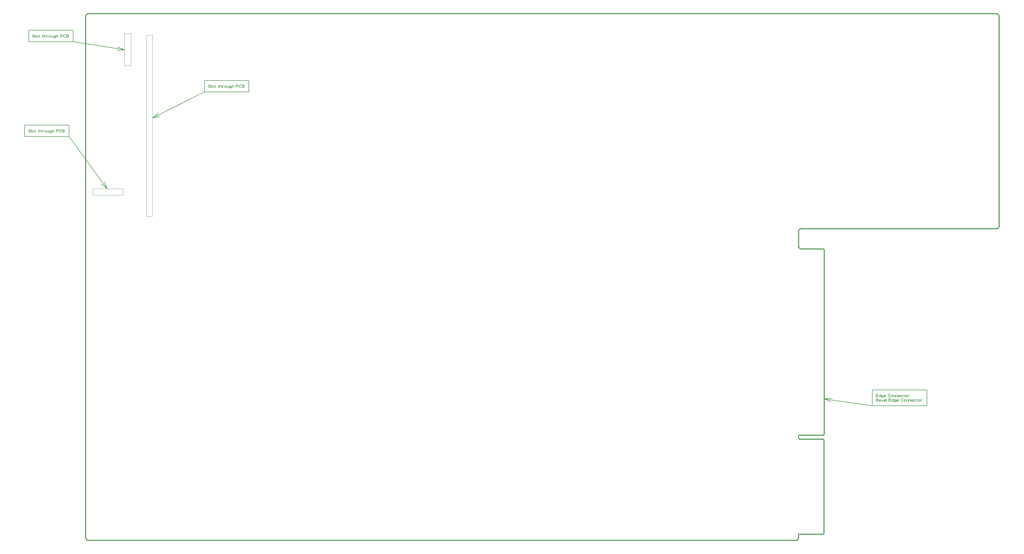
<source format=gbr>
G04 GENERATED BY PULSONIX 10.0 GERBER.DLL 7250*
G04 #@! TF.GenerationSoftware,Pulsonix,Pulsonix,10.0.7250*
G04 #@! TF.CreationDate,2019-09-12T07:48:16--1:00*
G04 #@! TF.Part,Single*
%FSLAX25Y25*%
%LPD*%
%MOIN*%
G04 #@! TF.FileFunction,Other,Production Info*
G04 #@! TF.FilePolarity,Positive*
%ADD86C,0.00500*%
G04 #@! TA.AperFunction,Profile*
%ADD117C,0.01200*%
G04 #@! TA.AperFunction,CutOut*
%ADD194C,0.00200*%
G04 #@! TD.AperFunction*
%ADD197C,0.00787*%
X0Y0D02*
D02*
D86*
X-78202Y558908D02*
X-77908Y558320D01*
X-77319Y558026*
X-76143*
X-75555Y558320*
X-75260Y558908*
X-75555Y559496*
X-76143Y559790*
X-77319*
X-77908Y560085*
X-78202Y560673*
X-77908Y561261*
X-77319Y561555*
X-76143*
X-75555Y561261*
X-75260Y560673*
X-73858Y558026D02*
X-74152Y558026D01*
Y561555*
X-72902Y558908D02*
X-72608Y558320D01*
X-72019Y558026*
X-71431*
X-70843Y558320*
X-70549Y558908*
Y559496*
X-70843Y560085*
X-71431Y560379*
X-72019*
X-72608Y560085*
X-72902Y559496*
Y558908*
X-69502Y560379D02*
X-68325Y560379D01*
X-68913Y560967D02*
X-68913Y558320D01*
X-68619Y558026*
X-68325*
X-68031Y558320*
X-64852Y560379D02*
X-63675Y560379D01*
X-64263Y560967D02*
X-64263Y558320D01*
X-63969Y558026*
X-63675*
X-63381Y558320*
X-62352Y558026D02*
X-62352Y561555D01*
Y559496D02*
X-62058Y560085D01*
X-61469Y560379*
X-60881*
X-60293Y560085*
X-59999Y559496*
Y558026*
X-58952D02*
X-58952Y560379D01*
Y559496D02*
X-58658Y560085D01*
X-58069Y560379*
X-57481*
X-56893Y560085*
X-55852Y558908D02*
X-55558Y558320D01*
X-54969Y558026*
X-54381*
X-53793Y558320*
X-53499Y558908*
Y559496*
X-53793Y560085*
X-54381Y560379*
X-54969*
X-55558Y560085*
X-55852Y559496*
Y558908*
X-52452Y560379D02*
X-52452Y558908D01*
X-52158Y558320*
X-51569Y558026*
X-50981*
X-50393Y558320*
X-50099Y558908*
Y560379D02*
X-50099Y558026D01*
X-46699Y559496D02*
X-46993Y560085D01*
X-47581Y560379*
X-48169*
X-48758Y560085*
X-49052Y559496*
Y559202*
X-48758Y558614*
X-48169Y558320*
X-47581*
X-46993Y558614*
X-46699Y559202*
Y560379D02*
X-46699Y558026D01*
X-46993Y557438*
X-47581Y557143*
X-48463*
X-49052Y557438*
X-45652Y558026D02*
X-45652Y561555D01*
Y559496D02*
X-45358Y560085D01*
X-44769Y560379*
X-44181*
X-43593Y560085*
X-43299Y559496*
Y558026*
X-40102D02*
X-40102Y561555D01*
X-38043*
X-37455Y561261*
X-37160Y560673*
X-37455Y560085*
X-38043Y559790*
X-40102*
X-33110Y558614D02*
X-33405Y558320D01*
X-33993Y558026*
X-34875*
X-35463Y558320*
X-35758Y558614*
X-36052Y559202*
Y560379*
X-35758Y560967*
X-35463Y561261*
X-34875Y561555*
X-33993*
X-33405Y561261*
X-33110Y560967*
X-29943Y559790D02*
X-29355Y559496D01*
X-29060Y558908*
X-29355Y558320*
X-29943Y558026*
X-32002*
Y561555*
X-29943*
X-29355Y561261*
X-29060Y560673*
X-29355Y560085*
X-29943Y559790*
X-32002*
X-72656Y688575D02*
X-72362Y687987D01*
X-71774Y687693*
X-70597*
X-70009Y687987*
X-69715Y688575*
X-70009Y689164*
X-70597Y689458*
X-71774*
X-72362Y689752*
X-72656Y690340*
X-72362Y690928*
X-71774Y691222*
X-70597*
X-70009Y690928*
X-69715Y690340*
X-68312Y687693D02*
X-68606Y687693D01*
Y691222*
X-67356Y688575D02*
X-67062Y687987D01*
X-66474Y687693*
X-65885*
X-65297Y687987*
X-65003Y688575*
Y689164*
X-65297Y689752*
X-65885Y690046*
X-66474*
X-67062Y689752*
X-67356Y689164*
Y688575*
X-63956Y690046D02*
X-62780Y690046D01*
X-63368Y690634D02*
X-63368Y687987D01*
X-63074Y687693*
X-62780*
X-62485Y687987*
X-59306Y690046D02*
X-58130Y690046D01*
X-58718Y690634D02*
X-58718Y687987D01*
X-58424Y687693*
X-58130*
X-57835Y687987*
X-56806Y687693D02*
X-56806Y691222D01*
Y689164D02*
X-56512Y689752D01*
X-55924Y690046*
X-55335*
X-54747Y689752*
X-54453Y689164*
Y687693*
X-53406D02*
X-53406Y690046D01*
Y689164D02*
X-53112Y689752D01*
X-52524Y690046*
X-51935*
X-51347Y689752*
X-50306Y688575D02*
X-50012Y687987D01*
X-49424Y687693*
X-48835*
X-48247Y687987*
X-47953Y688575*
Y689164*
X-48247Y689752*
X-48835Y690046*
X-49424*
X-50012Y689752*
X-50306Y689164*
Y688575*
X-46906Y690046D02*
X-46906Y688575D01*
X-46612Y687987*
X-46024Y687693*
X-45435*
X-44847Y687987*
X-44553Y688575*
Y690046D02*
X-44553Y687693D01*
X-41153Y689164D02*
X-41447Y689752D01*
X-42035Y690046*
X-42624*
X-43212Y689752*
X-43506Y689164*
Y688869*
X-43212Y688281*
X-42624Y687987*
X-42035*
X-41447Y688281*
X-41153Y688869*
Y690046D02*
X-41153Y687693D01*
X-41447Y687105*
X-42035Y686811*
X-42918*
X-43506Y687105*
X-40106Y687693D02*
X-40106Y691222D01*
Y689164D02*
X-39812Y689752D01*
X-39224Y690046*
X-38635*
X-38047Y689752*
X-37753Y689164*
Y687693*
X-34556D02*
X-34556Y691222D01*
X-32497*
X-31909Y690928*
X-31615Y690340*
X-31909Y689752*
X-32497Y689458*
X-34556*
X-27565Y688281D02*
X-27859Y687987D01*
X-28447Y687693*
X-29330*
X-29918Y687987*
X-30212Y688281*
X-30506Y688869*
Y690046*
X-30212Y690634*
X-29918Y690928*
X-29330Y691222*
X-28447*
X-27859Y690928*
X-27565Y690634*
X-24397Y689458D02*
X-23809Y689164D01*
X-23515Y688575*
X-23809Y687987*
X-24397Y687693*
X-26456*
Y691222*
X-24397*
X-23809Y690928*
X-23515Y690340*
X-23809Y689752*
X-24397Y689458*
X-26456*
X167474Y619991D02*
X167768Y619403D01*
X168356Y619109*
X169533*
X170121Y619403*
X170415Y619991*
X170121Y620579*
X169533Y620874*
X168356*
X167768Y621168*
X167474Y621756*
X167768Y622344*
X168356Y622638*
X169533*
X170121Y622344*
X170415Y621756*
X171818Y619109D02*
X171524Y619109D01*
Y622638*
X172774Y619991D02*
X173068Y619403D01*
X173656Y619109*
X174245*
X174833Y619403*
X175127Y619991*
Y620579*
X174833Y621168*
X174245Y621462*
X173656*
X173068Y621168*
X172774Y620579*
Y619991*
X176174Y621462D02*
X177351Y621462D01*
X176762Y622050D02*
X176762Y619403D01*
X177056Y619109*
X177351*
X177645Y619403*
X180824Y621462D02*
X182001Y621462D01*
X181412Y622050D02*
X181412Y619403D01*
X181706Y619109*
X182001*
X182295Y619403*
X183324Y619109D02*
X183324Y622638D01*
Y620579D02*
X183618Y621168D01*
X184206Y621462*
X184795*
X185383Y621168*
X185677Y620579*
Y619109*
X186724D02*
X186724Y621462D01*
Y620579D02*
X187018Y621168D01*
X187606Y621462*
X188195*
X188783Y621168*
X189824Y619991D02*
X190118Y619403D01*
X190706Y619109*
X191295*
X191883Y619403*
X192177Y619991*
Y620579*
X191883Y621168*
X191295Y621462*
X190706*
X190118Y621168*
X189824Y620579*
Y619991*
X193224Y621462D02*
X193224Y619991D01*
X193518Y619403*
X194106Y619109*
X194695*
X195283Y619403*
X195577Y619991*
Y621462D02*
X195577Y619109D01*
X198977Y620579D02*
X198683Y621168D01*
X198095Y621462*
X197506*
X196918Y621168*
X196624Y620579*
Y620285*
X196918Y619697*
X197506Y619403*
X198095*
X198683Y619697*
X198977Y620285*
Y621462D02*
X198977Y619109D01*
X198683Y618521*
X198095Y618226*
X197212*
X196624Y618521*
X200024Y619109D02*
X200024Y622638D01*
Y620579D02*
X200318Y621168D01*
X200906Y621462*
X201495*
X202083Y621168*
X202377Y620579*
Y619109*
X205574D02*
X205574Y622638D01*
X207633*
X208221Y622344*
X208515Y621756*
X208221Y621168*
X207633Y620874*
X205574*
X212565Y619697D02*
X212271Y619403D01*
X211683Y619109*
X210801*
X210212Y619403*
X209918Y619697*
X209624Y620285*
Y621462*
X209918Y622050*
X210212Y622344*
X210801Y622638*
X211683*
X212271Y622344*
X212565Y622050*
X215733Y620874D02*
X216321Y620579D01*
X216615Y619991*
X216321Y619403*
X215733Y619109*
X213674*
Y622638*
X215733*
X216321Y622344*
X216615Y621756*
X216321Y621168*
X215733Y620874*
X213674*
X1080007Y196175D02*
X1080007Y199705D01*
X1082948*
X1082360Y197940D02*
X1080007Y197940D01*
Y196175D02*
X1082948Y196175D01*
X1086410Y197646D02*
X1086116Y198234D01*
X1085527Y198528*
X1084939*
X1084351Y198234*
X1084057Y197646*
Y197057*
X1084351Y196469*
X1084939Y196175*
X1085527*
X1086116Y196469*
X1086410Y197057*
Y196175D02*
X1086410Y199705D01*
X1089810Y197646D02*
X1089516Y198234D01*
X1088927Y198528*
X1088339*
X1087751Y198234*
X1087457Y197646*
Y197352*
X1087751Y196763*
X1088339Y196469*
X1088927*
X1089516Y196763*
X1089810Y197352*
Y198528D02*
X1089810Y196175D01*
X1089516Y195587*
X1088927Y195293*
X1088045*
X1087457Y195587*
X1093210Y196469D02*
X1092916Y196175D01*
X1092327*
X1091739*
X1091151Y196469*
X1090857Y197057*
Y197940*
X1091151Y198234*
X1091739Y198528*
X1092327*
X1092916Y198234*
X1093210Y197940*
Y197646*
X1092916Y197352*
X1092327Y197057*
X1091739*
X1091151Y197352*
X1090857Y197646*
X1099348Y196763D02*
X1099054Y196469D01*
X1098466Y196175*
X1097583*
X1096995Y196469*
X1096701Y196763*
X1096407Y197352*
Y198528*
X1096701Y199116*
X1096995Y199410*
X1097583Y199705*
X1098466*
X1099054Y199410*
X1099348Y199116*
X1100457Y197057D02*
X1100751Y196469D01*
X1101339Y196175*
X1101927*
X1102516Y196469*
X1102810Y197057*
Y197646*
X1102516Y198234*
X1101927Y198528*
X1101339*
X1100751Y198234*
X1100457Y197646*
Y197057*
X1103857Y196175D02*
X1103857Y198528D01*
Y197646D02*
X1104151Y198234D01*
X1104739Y198528*
X1105327*
X1105916Y198234*
X1106210Y197646*
Y196175*
X1107257D02*
X1107257Y198528D01*
Y197646D02*
X1107551Y198234D01*
X1108139Y198528*
X1108727*
X1109316Y198234*
X1109610Y197646*
Y196175*
X1113010Y196469D02*
X1112716Y196175D01*
X1112127*
X1111539*
X1110951Y196469*
X1110657Y197057*
Y197940*
X1110951Y198234*
X1111539Y198528*
X1112127*
X1112716Y198234*
X1113010Y197940*
Y197646*
X1112716Y197352*
X1112127Y197057*
X1111539*
X1110951Y197352*
X1110657Y197646*
X1116410Y198234D02*
X1115822Y198528D01*
X1114939*
X1114351Y198234*
X1114057Y197646*
Y197057*
X1114351Y196469*
X1114939Y196175*
X1115822*
X1116410Y196469*
X1117457Y198528D02*
X1118633Y198528D01*
X1118045Y199116D02*
X1118045Y196469D01*
X1118339Y196175*
X1118633*
X1118927Y196469*
X1119957Y197057D02*
X1120251Y196469D01*
X1120839Y196175*
X1121427*
X1122016Y196469*
X1122310Y197057*
Y197646*
X1122016Y198234*
X1121427Y198528*
X1120839*
X1120251Y198234*
X1119957Y197646*
Y197057*
X1123357Y196175D02*
X1123357Y198528D01*
Y197646D02*
X1123651Y198234D01*
X1124239Y198528*
X1124827*
X1125416Y198234*
X1082066Y191940D02*
X1082654Y191646D01*
X1082948Y191057*
X1082654Y190469*
X1082066Y190175*
X1080007*
Y193705*
X1082066*
X1082654Y193410*
X1082948Y192822*
X1082654Y192234*
X1082066Y191940*
X1080007*
X1086410Y190469D02*
X1086116Y190175D01*
X1085527*
X1084939*
X1084351Y190469*
X1084057Y191057*
Y191940*
X1084351Y192234*
X1084939Y192528*
X1085527*
X1086116Y192234*
X1086410Y191940*
Y191646*
X1086116Y191352*
X1085527Y191057*
X1084939*
X1084351Y191352*
X1084057Y191646*
X1087457Y192528D02*
X1088633Y190175D01*
X1089810Y192528*
X1093210Y190469D02*
X1092916Y190175D01*
X1092327*
X1091739*
X1091151Y190469*
X1090857Y191057*
Y191940*
X1091151Y192234*
X1091739Y192528*
X1092327*
X1092916Y192234*
X1093210Y191940*
Y191646*
X1092916Y191352*
X1092327Y191057*
X1091739*
X1091151Y191352*
X1090857Y191646*
X1094551Y190175D02*
X1094257Y190175D01*
Y193705*
X1097657Y190175D02*
X1097657Y193705D01*
X1100598*
X1100010Y191940D02*
X1097657Y191940D01*
Y190175D02*
X1100598Y190175D01*
X1104060Y191646D02*
X1103766Y192234D01*
X1103177Y192528*
X1102589*
X1102001Y192234*
X1101707Y191646*
Y191057*
X1102001Y190469*
X1102589Y190175*
X1103177*
X1103766Y190469*
X1104060Y191057*
Y190175D02*
X1104060Y193705D01*
X1107460Y191646D02*
X1107166Y192234D01*
X1106577Y192528*
X1105989*
X1105401Y192234*
X1105107Y191646*
Y191352*
X1105401Y190763*
X1105989Y190469*
X1106577*
X1107166Y190763*
X1107460Y191352*
Y192528D02*
X1107460Y190175D01*
X1107166Y189587*
X1106577Y189293*
X1105695*
X1105107Y189587*
X1110860Y190469D02*
X1110566Y190175D01*
X1109977*
X1109389*
X1108801Y190469*
X1108507Y191057*
Y191940*
X1108801Y192234*
X1109389Y192528*
X1109977*
X1110566Y192234*
X1110860Y191940*
Y191646*
X1110566Y191352*
X1109977Y191057*
X1109389*
X1108801Y191352*
X1108507Y191646*
X1116998Y190763D02*
X1116704Y190469D01*
X1116116Y190175*
X1115233*
X1114645Y190469*
X1114351Y190763*
X1114057Y191352*
Y192528*
X1114351Y193116*
X1114645Y193410*
X1115233Y193705*
X1116116*
X1116704Y193410*
X1116998Y193116*
X1118107Y191057D02*
X1118401Y190469D01*
X1118989Y190175*
X1119577*
X1120166Y190469*
X1120460Y191057*
Y191646*
X1120166Y192234*
X1119577Y192528*
X1118989*
X1118401Y192234*
X1118107Y191646*
Y191057*
X1121507Y190175D02*
X1121507Y192528D01*
Y191646D02*
X1121801Y192234D01*
X1122389Y192528*
X1122977*
X1123566Y192234*
X1123860Y191646*
Y190175*
X1124907D02*
X1124907Y192528D01*
Y191646D02*
X1125201Y192234D01*
X1125789Y192528*
X1126377*
X1126966Y192234*
X1127260Y191646*
Y190175*
X1130660Y190469D02*
X1130366Y190175D01*
X1129777*
X1129189*
X1128601Y190469*
X1128307Y191057*
Y191940*
X1128601Y192234*
X1129189Y192528*
X1129777*
X1130366Y192234*
X1130660Y191940*
Y191646*
X1130366Y191352*
X1129777Y191057*
X1129189*
X1128601Y191352*
X1128307Y191646*
X1134060Y192234D02*
X1133472Y192528D01*
X1132589*
X1132001Y192234*
X1131707Y191646*
Y191057*
X1132001Y190469*
X1132589Y190175*
X1133472*
X1134060Y190469*
X1135107Y192528D02*
X1136283Y192528D01*
X1135695Y193116D02*
X1135695Y190469D01*
X1135989Y190175*
X1136283*
X1136577Y190469*
X1137607Y191057D02*
X1137901Y190469D01*
X1138489Y190175*
X1139077*
X1139666Y190469*
X1139960Y191057*
Y191646*
X1139666Y192234*
X1139077Y192528*
X1138489*
X1137901Y192234*
X1137607Y191646*
Y191057*
X1141007Y190175D02*
X1141007Y192528D01*
Y191646D02*
X1141301Y192234D01*
X1141889Y192528*
X1142477*
X1143066Y192234*
D02*
D117*
X-11Y3961D02*
Y716087D01*
X4Y716430*
X49Y716771*
X123Y717106*
X227Y717434*
X358Y717751*
X517Y718056*
X701Y718345*
X910Y718618*
X1142Y718871*
X1396Y719103*
X1668Y719312*
X1958Y719497*
X2262Y719655*
X2580Y719787*
X2907Y719890*
X3243Y719964*
X3583Y720009*
X3926Y720024*
X1244279*
X1244622Y720009*
X1244962Y719964*
X1245298Y719890*
X1245625Y719787*
X1245943Y719655*
X1246247Y719497*
X1246537Y719312*
X1246809Y719103*
X1247063Y718871*
X1247295Y718618*
X1247504Y718345*
X1247688Y718056*
X1247847Y717751*
X1247978Y717434*
X1248082Y717106*
X1248156Y716771*
X1248201Y716430*
X1248216Y716087*
Y429867*
X1248201Y429524*
X1248156Y429183*
X1248082Y428848*
X1247978Y428520*
X1247847Y428203*
X1247688Y427898*
X1247504Y427609*
X1247295Y427336*
X1247063Y427083*
X1246809Y426851*
X1246537Y426642*
X1246247Y426457*
X1245943Y426299*
X1245625Y426167*
X1245298Y426064*
X1244962Y425990*
X1244622Y425945*
X1244279Y425930*
X977942*
X977599Y425915*
X977258Y425870*
X976923Y425796*
X976595Y425692*
X976278Y425561*
X975973Y425402*
X975684Y425218*
X975411Y425009*
X975158Y424777*
X974926Y424523*
X974717Y424251*
X974532Y423961*
X974374Y423657*
X974242Y423339*
X974139Y423012*
X974065Y422676*
X974020Y422336*
X974005Y421993*
Y402308*
X974020Y401965*
X974065Y401624*
X974139Y401289*
X974242Y400961*
X974374Y400644*
X974532Y400339*
X974717Y400049*
X974926Y399777*
X975158Y399524*
X975411Y399292*
X975684Y399083*
X975973Y398898*
X976278Y398740*
X976595Y398608*
X976923Y398505*
X977258Y398431*
X977599Y398386*
X977942Y398371*
X1007273*
X1007510Y398356*
X1007744Y398313*
X1007971Y398243*
X1008187Y398145*
X1008391Y398022*
X1008578Y397876*
X1008746Y397708*
X1008893Y397520*
X1009016Y397317*
X1009113Y397100*
X1009184Y396873*
X1009227Y396639*
X1009241Y396402*
Y145812*
X1009227Y145574*
X1009184Y145341*
X1009113Y145114*
X1009016Y144897*
X1008893Y144693*
X1008746Y144506*
X1008578Y144338*
X1008391Y144192*
X1008187Y144069*
X1007971Y143971*
X1007744Y143900*
X1007510Y143857*
X1007273Y143843*
X975777*
X975545Y143828*
X975318Y143783*
X975099Y143708*
X974891Y143606*
X974698Y143477*
X974524Y143324*
X974371Y143150*
X974242Y142957*
X974140Y142749*
X974065Y142530*
X974020Y142303*
X974005Y142071*
Y140103*
X974020Y139872*
X974065Y139644*
X974140Y139425*
X974242Y139217*
X974371Y139024*
X974524Y138850*
X974698Y138697*
X974891Y138569*
X975099Y138466*
X975318Y138392*
X975545Y138346*
X975777Y138331*
X1006879*
X1007116Y138317*
X1007350Y138274*
X1007577Y138203*
X1007794Y138106*
X1007997Y137983*
X1008184Y137836*
X1008352Y137668*
X1008499Y137481*
X1008622Y137278*
X1008720Y137061*
X1008790Y136834*
X1008833Y136600*
X1008847Y136363*
Y10379*
X1008833Y10141*
X1008790Y9907*
X1008720Y9681*
X1008622Y9464*
X1008499Y9260*
X1008352Y9073*
X1008184Y8905*
X1007997Y8759*
X1007794Y8636*
X1007577Y8538*
X1007350Y8467*
X1007116Y8424*
X1006879Y8410*
X974005*
Y3961*
X973990Y3618*
X973945Y3278*
X973871Y2942*
X973768Y2615*
X973636Y2297*
X973478Y1993*
X973293Y1703*
X973084Y1431*
X972852Y1177*
X972599Y945*
X972326Y736*
X972036Y552*
X971732Y393*
X971414Y262*
X971087Y158*
X970752Y84*
X970411Y39*
X970068Y24*
X3926*
X3583Y39*
X3243Y84*
X2907Y158*
X2580Y262*
X2262Y393*
X1958Y552*
X1668Y736*
X1396Y945*
X1142Y1177*
X910Y1431*
X701Y1703*
X517Y1993*
X358Y2297*
X227Y2615*
X123Y2942*
X49Y3278*
X4Y3618*
X-11Y3961*
D02*
D194*
X9523Y480863D02*
X51134D01*
Y472168*
X9523*
Y480863*
X52731Y649049D02*
Y692965D01*
X61771*
Y649049*
X52731*
X82675Y443090D02*
Y690749D01*
X91222*
Y443090*
X82675*
D02*
D197*
X-83452Y567643D02*
Y551893D01*
X-22702*
Y567643*
X-83452*
X-77906Y697311D02*
Y681561D01*
X-17156*
Y697311*
X-77906*
X21193Y487469D02*
X29106Y480863D01*
X25233Y490415*
X29106Y480863D02*
X-22702Y551893D01*
X42466Y669790D02*
X52731Y670728D01*
X43232Y674731*
X52731Y670728D02*
X-17156Y681561D01*
X91222Y577501D02*
X162224Y612976D01*
X99050Y584207D02*
X91222Y577501D01*
X101285Y579734*
X162224Y628726D02*
Y612976D01*
X222974*
Y628726*
X162224*
X1009241Y193255D02*
X1074757Y184043D01*
X1019492Y194338D02*
X1009241Y193255D01*
X1018796Y189387*
X1074757Y205793D02*
Y184043D01*
X1149357*
Y205793*
X1074757*
X0Y0D02*
M02*

</source>
